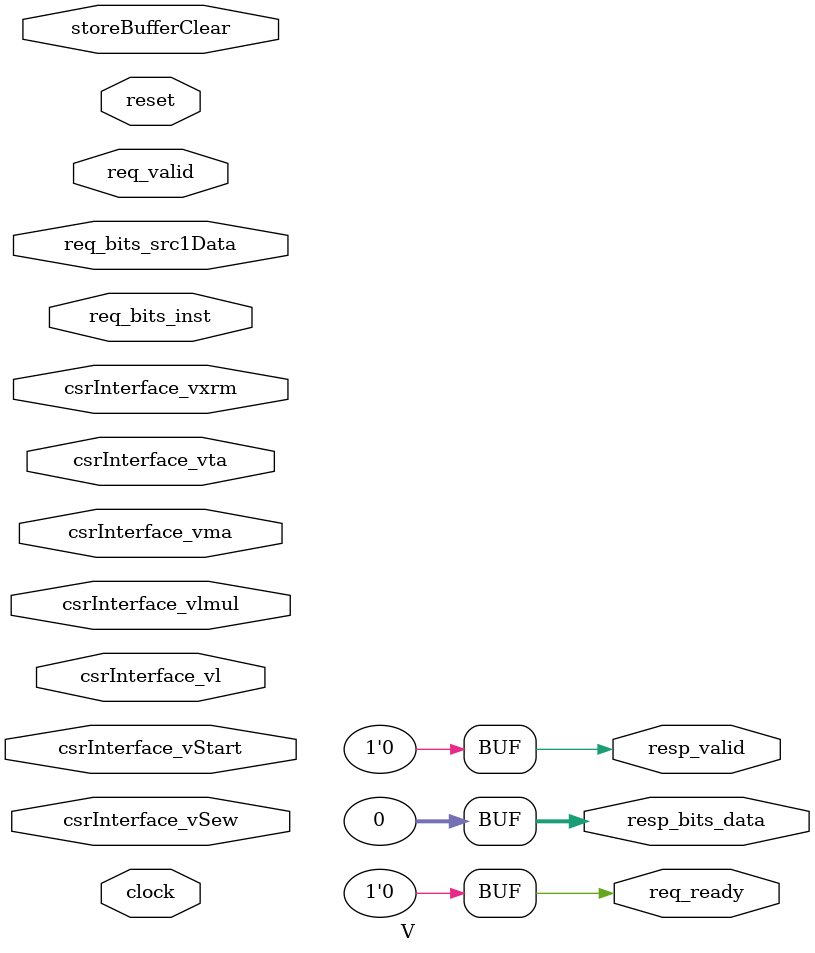
<source format=v>
module V(
  input         clock,
  input         reset,
  output        req_ready,
  input         req_valid,
  input  [31:0] req_bits_inst,
  input  [31:0] req_bits_src1Data,
  output        resp_valid,
  output [31:0] resp_bits_data,
  input  [9:0]  csrInterface_vl,
  input  [9:0]  csrInterface_vStart,
  input  [2:0]  csrInterface_vlmul,
  input  [1:0]  csrInterface_vSew,
  input  [1:0]  csrInterface_vxrm,
  input         csrInterface_vta,
  input         csrInterface_vma,
  input         storeBufferClear
);
  assign req_ready = 1'h0; // @[V.scala 24:13]
  assign resp_valid = 1'h0; // @[V.scala 25:14]
  assign resp_bits_data = 32'h0; // @[V.scala 26:18]
endmodule

</source>
